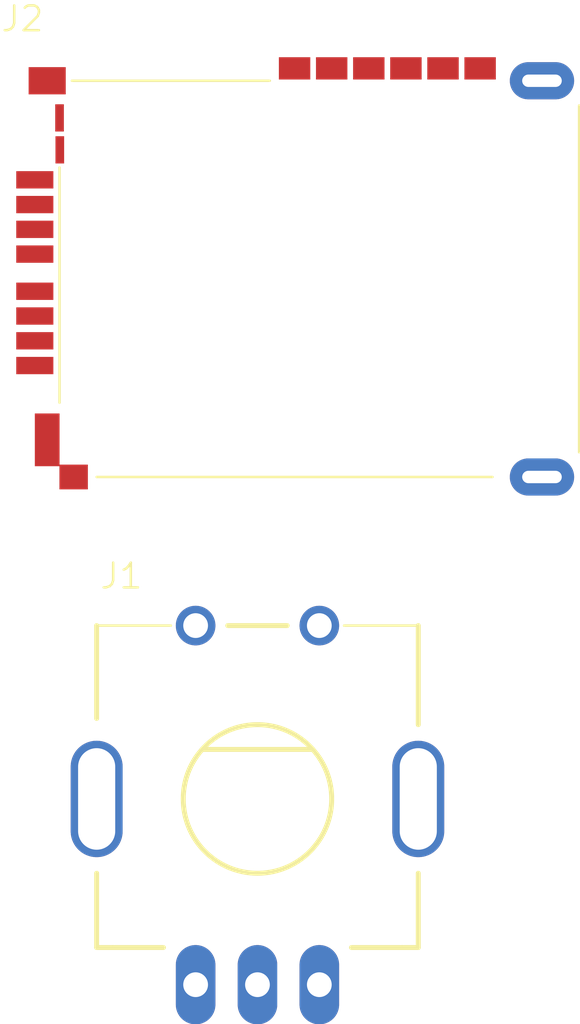
<source format=kicad_pcb>
(kicad_pcb (version 20241229) (generator "pcbnew") (generator_version "9.0")
  (layers (0 "F.Cu" signal) (2 "B.Cu" signal) (13 "F.Paste" user) (15 "B.Paste" user) (5 "F.SilkS" user "F.Silkscreen") (7 "B.SilkS" user "B.Silkscreen") (1 "F.Mask" user) (3 "B.Mask" user) (25 "Edge.Cuts" user))
  (net 0 "")
  (footprint "parts_b1_vohnouta24:encoder" (layer "F.Cu") (at 152 105)
    (property "Reference" "J1" (at -5.5 -9 0) (layer "F.SilkS") (effects (font (thickness 0.1))))
    (property "Value" "encoder")
    (fp_line (start -6.5 -7) (end -6.5 -3.25) (stroke (width 0.2)) (layer "F.SilkS"))
    (fp_line (start -6.5 -7) (end -3.5 -7) (stroke (width 0.1)) (layer "F.SilkS"))
    (fp_line (start -6.5 3) (end -6.5 6) (stroke (width 0.2)) (layer "F.SilkS"))
    (fp_line (start -5.85 6) (end -6.5 6) (stroke (width 0.2)) (layer "F.SilkS"))
    (fp_line (start -5.85 6) (end -3.8 6) (stroke (width 0.2)) (layer "F.SilkS"))
    (fp_line (start -2.236067 -2.000001) (end 2.236067 -2) (stroke (width 0.2)) (layer "F.SilkS"))
    (fp_line (start -1.2 -7) (end 1.2 -7) (stroke (width 0.2)) (layer "F.SilkS"))
    (fp_line (start 3.8 6) (end 5.85 6) (stroke (width 0.2)) (layer "F.SilkS"))
    (fp_line (start 5.85 6) (end 6.5 6) (stroke (width 0.2)) (layer "F.SilkS"))
    (fp_line (start 6.5 -7) (end 3.5 -7) (stroke (width 0.1)) (layer "F.SilkS"))
    (fp_line (start 6.5 -7) (end 6.5 -3) (stroke (width 0.2)) (layer "F.SilkS"))
    (fp_line (start 6.5 3) (end 6.5 6) (stroke (width 0.2)) (layer "F.SilkS"))
    (fp_circle (center 0 0) (end 3 0) (stroke (width 0.2)) (fill no) (layer "F.SilkS"))
    (pad "" thru_hole oval (at -6.5 0) (size 2.1 4.7) (drill oval 1.5 4.1) (layers "*.Cu" "*.Mask"))
    (pad "" thru_hole circle (at -2.5 -7 270) (size 1.6 1.6) (drill 1) (layers "*.Cu" "*.Mask"))
    (pad "" thru_hole circle (at 2.5 -7 270) (size 1.6 1.6) (drill 1) (layers "*.Cu" "*.Mask"))
    (pad "" thru_hole oval (at 6.5 0) (size 2.1 4.7) (drill oval 1.5 4.1) (layers "*.Cu" "*.Mask"))
    (pad "1" thru_hole oval (at -2.5 7.5) (size 1.6 3.2) (drill 1) (layers "*.Cu" "*.Mask"))
    (pad "2" thru_hole oval (at 2.5 7.5) (size 1.6 3.2) (drill 1) (layers "*.Cu" "*.Mask"))
    (pad "3" thru_hole oval (at 0 7.5) (size 1.6 3.2) (drill 1) (layers "*.Cu" "*.Mask"))
  )
  (footprint "parts_b1_vohnouta24:SIMSD" (layer "F.Cu") (at 151.5 83.5)
    (property "Reference" "J2" (at -9 -10 0) (layer "F.SilkS") (effects (font (thickness 0.1))))
    (property "Value" "SIMSD")
    (fp_line (start -7.5 5.5) (end -7.5 -4) (stroke (width 0.1)) (layer "F.SilkS"))
    (fp_line (start -7 -7.5) (end 1 -7.5) (stroke (width 0.1)) (layer "F.SilkS"))
    (fp_line (start 10 8.5) (end -6 8.5) (stroke (width 0.1)) (layer "F.SilkS"))
    (fp_line (start 13.5 -6.5) (end 13.5 7.5) (stroke (width 0.1)) (layer "F.SilkS"))
    (pad "1" smd rect (at -8.5 -3.5 180) (size 1.5 0.7) (layers "F.Cu" "F.Mask" "F.Paste"))
    (pad "2" smd rect (at -8.5 -2.5 180) (size 1.5 0.7) (layers "F.Cu" "F.Mask" "F.Paste"))
    (pad "3" smd rect (at -8.5 -1.5 180) (size 1.5 0.7) (layers "F.Cu" "F.Mask" "F.Paste"))
    (pad "4" smd rect (at -8.5 -0.5 180) (size 1.5 0.7) (layers "F.Cu" "F.Mask" "F.Paste"))
    (pad "5" smd rect (at -8.5 1 180) (size 1.5 0.7) (layers "F.Cu" "F.Mask" "F.Paste"))
    (pad "6" smd rect (at -8.5 2 180) (size 1.5 0.7) (layers "F.Cu" "F.Mask" "F.Paste"))
    (pad "7" smd rect (at -8.5 3 180) (size 1.5 0.7) (layers "F.Cu" "F.Mask" "F.Paste"))
    (pad "8" smd rect (at -8.5 4 180) (size 1.5 0.7) (layers "F.Cu" "F.Mask" "F.Paste"))
    (pad "9" smd rect (at -7.5 -6 270) (size 1.1 0.35) (layers "F.Cu" "F.Mask" "F.Paste"))
    (pad "10" smd rect (at -7.49 -4.71 270) (size 1.1 0.35) (layers "F.Cu" "F.Mask" "F.Paste"))
    (pad "11" smd rect (at 9.5 -8 270) (size 0.9 1.27) (layers "F.Cu" "F.Mask" "F.Paste"))
    (pad "12" smd rect (at 6.5 -8 270) (size 0.9 1.27) (layers "F.Cu" "F.Mask" "F.Paste"))
    (pad "13" smd rect (at 3.5 -8 270) (size 0.9 1.27) (layers "F.Cu" "F.Mask" "F.Paste"))
    (pad "14" smd rect (at 8 -8 270) (size 0.9 1.27) (layers "F.Cu" "F.Mask" "F.Paste"))
    (pad "15" smd rect (at 5 -8 270) (size 0.9 1.27) (layers "F.Cu" "F.Mask" "F.Paste"))
    (pad "16" smd rect (at 2 -8 270) (size 0.9 1.27) (layers "F.Cu" "F.Mask" "F.Paste"))
    (pad "SH" smd rect (at -8 -7.5) (size 1.5 1.1) (layers "F.Cu" "F.Mask" "F.Paste"))
    (pad "SH" smd rect (at -8 7) (size 1 2.13) (layers "F.Cu" "F.Mask" "F.Paste"))
    (pad "SH" smd rect (at -6.93 8.5) (size 1.15 1) (layers "F.Cu" "F.Mask" "F.Paste"))
    (pad "SH" thru_hole oval (at 12 -7.5) (size 2.6 1.5) (drill oval 1.6 0.5) (layers "*.Cu" "*.Mask"))
    (pad "SH" thru_hole oval (at 12 8.5) (size 2.6 1.5) (drill oval 1.6 0.5) (layers "*.Cu" "*.Mask"))
  )
)
</source>
